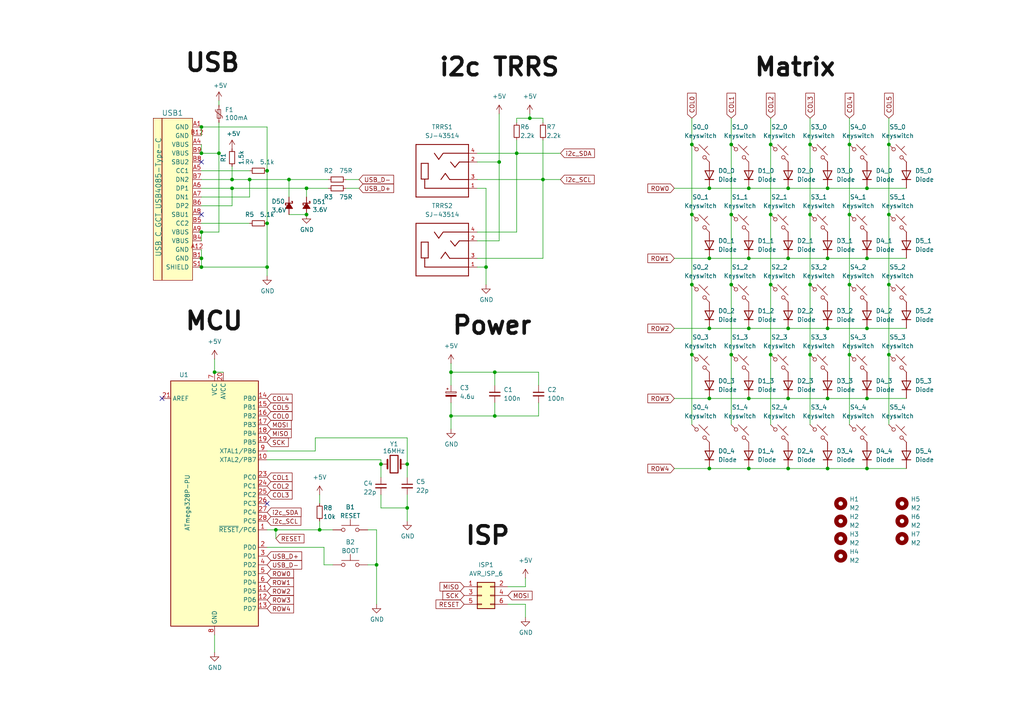
<source format=kicad_sch>
(kicad_sch (version 20250114) (generator "eeschema") (generator_version "9.0")
  (paper "A4")
  (junction (at 212.09 102.87))
  (junction (at 110.49 134.62))
  (junction (at 140.97 77.47))
  (junction (at 234.95 82.55))
  (junction (at 205.74 74.93))
  (junction (at 228.6 74.93))
  (junction (at 228.6 54.61))
  (junction (at 240.03 115.57))
  (junction (at 257.81 82.55))
  (junction (at 92.71 153.67))
  (junction (at 212.09 41.91))
  (junction (at 83.82 52.07))
  (junction (at 157.48 52.07))
  (junction (at 240.03 135.89))
  (junction (at 234.95 41.91))
  (junction (at 58.42 74.93))
  (junction (at 223.52 82.55))
  (junction (at 58.42 36.83))
  (junction (at 109.22 163.83))
  (junction (at 58.42 44.45))
  (junction (at 205.74 95.25))
  (junction (at 153.67 34.29))
  (junction (at 223.52 102.87))
  (junction (at 228.6 115.57))
  (junction (at 217.17 95.25))
  (junction (at 200.66 62.23))
  (junction (at 144.78 46.99))
  (junction (at 67.31 54.61))
  (junction (at 200.66 41.91))
  (junction (at 217.17 74.93))
  (junction (at 77.47 77.47))
  (junction (at 217.17 135.89))
  (junction (at 217.17 115.57))
  (junction (at 80.01 153.67))
  (junction (at 223.52 41.91))
  (junction (at 234.95 102.87))
  (junction (at 240.03 74.93))
  (junction (at 200.66 102.87))
  (junction (at 234.95 62.23))
  (junction (at 118.11 147.32))
  (junction (at 251.46 74.93))
  (junction (at 77.47 64.77))
  (junction (at 251.46 115.57))
  (junction (at 240.03 54.61))
  (junction (at 130.81 120.65))
  (junction (at 257.81 41.91))
  (junction (at 251.46 135.89))
  (junction (at 62.23 107.95))
  (junction (at 58.42 77.47))
  (junction (at 257.81 62.23))
  (junction (at 67.31 52.07))
  (junction (at 205.74 54.61))
  (junction (at 212.09 82.55))
  (junction (at 212.09 62.23))
  (junction (at 72.39 52.07))
  (junction (at 149.86 44.45))
  (junction (at 200.66 82.55))
  (junction (at 77.47 49.53))
  (junction (at 246.38 82.55))
  (junction (at 130.81 107.95))
  (junction (at 246.38 62.23))
  (junction (at 88.9 62.23))
  (junction (at 58.42 67.31))
  (junction (at 251.46 95.25))
  (junction (at 88.9 54.61))
  (junction (at 228.6 135.89))
  (junction (at 63.5 44.45))
  (junction (at 251.46 54.61))
  (junction (at 118.11 134.62))
  (junction (at 240.03 95.25))
  (junction (at 205.74 115.57))
  (junction (at 143.51 107.95))
  (junction (at 246.38 102.87))
  (junction (at 205.74 135.89))
  (junction (at 217.17 54.61))
  (junction (at 223.52 62.23))
  (junction (at 257.81 102.87))
  (junction (at 143.51 120.65))
  (junction (at 246.38 41.91))
  (junction (at 228.6 95.25))
  (no_connect (at 58.42 62.23))
  (no_connect (at 58.42 46.99))
  (no_connect (at 77.47 146.05))
  (no_connect (at 46.99 115.57))
  (wire (pts (xy 140.97 54.61) (xy 140.97 77.47)))
  (wire (pts (xy 156.21 116.84) (xy 156.21 120.65)))
  (wire (pts (xy 77.47 36.83) (xy 77.47 49.53)))
  (wire (pts (xy 110.49 134.62) (xy 110.49 138.43)))
  (wire (pts (xy 72.39 52.07) (xy 83.82 52.07)))
  (wire (pts (xy 228.6 95.25) (xy 240.03 95.25)))
  (wire (pts (xy 223.52 102.87) (xy 223.52 123.19)))
  (wire (pts (xy 251.46 115.57) (xy 262.89 115.57)))
  (wire (pts (xy 92.71 151.13) (xy 92.71 153.67)))
  (wire (pts (xy 138.43 69.85) (xy 144.78 69.85)))
  (wire (pts (xy 130.81 120.65) (xy 143.51 120.65)))
  (wire (pts (xy 138.43 54.61) (xy 140.97 54.61)))
  (wire (pts (xy 106.68 163.83) (xy 109.22 163.83)))
  (wire (pts (xy 246.38 34.29) (xy 246.38 41.91)))
  (wire (pts (xy 152.4 175.26) (xy 152.4 179.07)))
  (wire (pts (xy 240.03 135.89) (xy 251.46 135.89)))
  (wire (pts (xy 205.74 95.25) (xy 217.17 95.25)))
  (wire (pts (xy 118.11 147.32) (xy 118.11 151.13)))
  (wire (pts (xy 92.71 143.51) (xy 92.71 146.05)))
  (wire (pts (xy 205.74 115.57) (xy 217.17 115.57)))
  (wire (pts (xy 257.81 62.23) (xy 257.81 82.55)))
  (wire (pts (xy 240.03 115.57) (xy 251.46 115.57)))
  (wire (pts (xy 200.66 82.55) (xy 200.66 102.87)))
  (wire (pts (xy 67.31 48.26) (xy 67.31 52.07)))
  (wire (pts (xy 147.32 175.26) (xy 152.4 175.26)))
  (wire (pts (xy 100.33 54.61) (xy 104.14 54.61)))
  (wire (pts (xy 77.47 158.75) (xy 93.98 158.75)))
  (wire (pts (xy 212.09 62.23) (xy 212.09 82.55)))
  (wire (pts (xy 195.58 54.61) (xy 205.74 54.61)))
  (wire (pts (xy 63.5 29.21) (xy 63.5 30.48)))
  (wire (pts (xy 240.03 54.61) (xy 251.46 54.61)))
  (wire (pts (xy 58.42 39.37) (xy 58.42 36.83)))
  (wire (pts (xy 63.5 67.31) (xy 58.42 67.31)))
  (wire (pts (xy 195.58 135.89) (xy 205.74 135.89)))
  (wire (pts (xy 257.81 102.87) (xy 257.81 123.19)))
  (wire (pts (xy 67.31 54.61) (xy 67.31 59.69)))
  (wire (pts (xy 212.09 34.29) (xy 212.09 41.91)))
  (wire (pts (xy 157.48 40.64) (xy 157.48 52.07)))
  (wire (pts (xy 77.47 64.77) (xy 77.47 77.47)))
  (wire (pts (xy 147.32 170.18) (xy 152.4 170.18)))
  (wire (pts (xy 157.48 52.07) (xy 162.56 52.07)))
  (wire (pts (xy 195.58 115.57) (xy 205.74 115.57)))
  (wire (pts (xy 83.82 62.23) (xy 88.9 62.23)))
  (wire (pts (xy 92.71 153.67) (xy 96.52 153.67)))
  (wire (pts (xy 143.51 116.84) (xy 143.51 120.65)))
  (wire (pts (xy 157.48 34.29) (xy 157.48 35.56)))
  (wire (pts (xy 58.42 69.85) (xy 58.42 67.31)))
  (wire (pts (xy 157.48 52.07) (xy 138.43 52.07)))
  (wire (pts (xy 63.5 44.45) (xy 63.5 67.31)))
  (wire (pts (xy 58.42 41.91) (xy 58.42 44.45)))
  (wire (pts (xy 100.33 52.07) (xy 104.14 52.07)))
  (wire (pts (xy 67.31 59.69) (xy 58.42 59.69)))
  (wire (pts (xy 251.46 54.61) (xy 262.89 54.61)))
  (wire (pts (xy 130.81 105.41) (xy 130.81 107.95)))
  (wire (pts (xy 257.81 34.29) (xy 257.81 41.91)))
  (wire (pts (xy 109.22 163.83) (xy 109.22 175.26)))
  (wire (pts (xy 246.38 102.87) (xy 246.38 123.19)))
  (wire (pts (xy 162.56 44.45) (xy 149.86 44.45)))
  (wire (pts (xy 195.58 74.93) (xy 205.74 74.93)))
  (wire (pts (xy 83.82 52.07) (xy 95.25 52.07)))
  (wire (pts (xy 205.74 135.89) (xy 217.17 135.89)))
  (wire (pts (xy 72.39 57.15) (xy 72.39 52.07)))
  (wire (pts (xy 217.17 54.61) (xy 228.6 54.61)))
  (wire (pts (xy 149.86 40.64) (xy 149.86 44.45)))
  (wire (pts (xy 118.11 127) (xy 118.11 134.62)))
  (wire (pts (xy 80.01 153.67) (xy 92.71 153.67)))
  (wire (pts (xy 234.95 34.29) (xy 234.95 41.91)))
  (wire (pts (xy 143.51 120.65) (xy 156.21 120.65)))
  (wire (pts (xy 77.47 49.53) (xy 77.47 64.77)))
  (wire (pts (xy 153.67 34.29) (xy 153.67 33.02)))
  (wire (pts (xy 130.81 116.84) (xy 130.81 120.65)))
  (wire (pts (xy 251.46 135.89) (xy 262.89 135.89)))
  (wire (pts (xy 62.23 107.95) (xy 64.77 107.95)))
  (wire (pts (xy 228.6 135.89) (xy 240.03 135.89)))
  (wire (pts (xy 223.52 82.55) (xy 223.52 102.87)))
  (wire (pts (xy 62.23 184.15) (xy 62.23 189.23)))
  (wire (pts (xy 138.43 67.31) (xy 149.86 67.31)))
  (wire (pts (xy 77.47 153.67) (xy 80.01 153.67)))
  (wire (pts (xy 143.51 107.95) (xy 143.51 111.76)))
  (wire (pts (xy 157.48 74.93) (xy 157.48 52.07)))
  (wire (pts (xy 228.6 54.61) (xy 240.03 54.61)))
  (wire (pts (xy 200.66 41.91) (xy 200.66 62.23)))
  (wire (pts (xy 205.74 54.61) (xy 217.17 54.61)))
  (wire (pts (xy 157.48 34.29) (xy 153.67 34.29)))
  (wire (pts (xy 106.68 153.67) (xy 109.22 153.67)))
  (wire (pts (xy 144.78 69.85) (xy 144.78 46.99)))
  (wire (pts (xy 118.11 127) (xy 91.44 127)))
  (wire (pts (xy 77.47 133.35) (xy 110.49 133.35)))
  (wire (pts (xy 63.5 35.56) (xy 63.5 44.45)))
  (wire (pts (xy 58.42 72.39) (xy 58.42 74.93)))
  (wire (pts (xy 58.42 44.45) (xy 63.5 44.45)))
  (wire (pts (xy 80.01 153.67) (xy 80.01 156.21)))
  (wire (pts (xy 251.46 74.93) (xy 262.89 74.93)))
  (wire (pts (xy 91.44 127) (xy 91.44 130.81)))
  (wire (pts (xy 149.86 34.29) (xy 149.86 35.56)))
  (wire (pts (xy 67.31 52.07) (xy 72.39 52.07)))
  (wire (pts (xy 72.39 64.77) (xy 58.42 64.77)))
  (wire (pts (xy 234.95 102.87) (xy 234.95 123.19)))
  (wire (pts (xy 246.38 41.91) (xy 246.38 62.23)))
  (wire (pts (xy 228.6 74.93) (xy 240.03 74.93)))
  (wire (pts (xy 212.09 41.91) (xy 212.09 62.23)))
  (wire (pts (xy 67.31 54.61) (xy 88.9 54.61)))
  (wire (pts (xy 217.17 115.57) (xy 228.6 115.57)))
  (wire (pts (xy 246.38 82.55) (xy 246.38 102.87)))
  (wire (pts (xy 152.4 170.18) (xy 152.4 167.64)))
  (wire (pts (xy 110.49 133.35) (xy 110.49 134.62)))
  (wire (pts (xy 228.6 115.57) (xy 240.03 115.57)))
  (wire (pts (xy 58.42 52.07) (xy 67.31 52.07)))
  (wire (pts (xy 140.97 77.47) (xy 140.97 82.55)))
  (wire (pts (xy 200.66 102.87) (xy 200.66 123.19)))
  (wire (pts (xy 212.09 102.87) (xy 212.09 123.19)))
  (wire (pts (xy 251.46 95.25) (xy 262.89 95.25)))
  (wire (pts (xy 58.42 36.83) (xy 77.47 36.83)))
  (wire (pts (xy 149.86 34.29) (xy 153.67 34.29)))
  (wire (pts (xy 138.43 74.93) (xy 157.48 74.93)))
  (wire (pts (xy 144.78 46.99) (xy 144.78 33.02)))
  (wire (pts (xy 257.81 41.91) (xy 257.81 62.23)))
  (wire (pts (xy 118.11 134.62) (xy 118.11 138.43)))
  (wire (pts (xy 223.52 62.23) (xy 223.52 82.55)))
  (wire (pts (xy 212.09 82.55) (xy 212.09 102.87)))
  (wire (pts (xy 58.42 77.47) (xy 77.47 77.47)))
  (wire (pts (xy 217.17 135.89) (xy 228.6 135.89)))
  (wire (pts (xy 240.03 74.93) (xy 251.46 74.93)))
  (wire (pts (xy 58.42 74.93) (xy 58.42 77.47)))
  (wire (pts (xy 138.43 77.47) (xy 140.97 77.47)))
  (wire (pts (xy 234.95 82.55) (xy 234.95 102.87)))
  (wire (pts (xy 217.17 95.25) (xy 228.6 95.25)))
  (wire (pts (xy 118.11 143.51) (xy 118.11 147.32)))
  (wire (pts (xy 234.95 62.23) (xy 234.95 82.55)))
  (wire (pts (xy 110.49 143.51) (xy 110.49 147.32)))
  (wire (pts (xy 130.81 107.95) (xy 130.81 111.76)))
  (wire (pts (xy 93.98 163.83) (xy 96.52 163.83)))
  (wire (pts (xy 149.86 67.31) (xy 149.86 44.45)))
  (wire (pts (xy 138.43 46.99) (xy 144.78 46.99)))
  (wire (pts (xy 246.38 62.23) (xy 246.38 82.55)))
  (wire (pts (xy 149.86 44.45) (xy 138.43 44.45)))
  (wire (pts (xy 58.42 57.15) (xy 72.39 57.15)))
  (wire (pts (xy 62.23 104.14) (xy 62.23 107.95)))
  (wire (pts (xy 77.47 77.47) (xy 77.47 80.01)))
  (wire (pts (xy 156.21 111.76) (xy 156.21 107.95)))
  (wire (pts (xy 110.49 147.32) (xy 118.11 147.32)))
  (wire (pts (xy 93.98 158.75) (xy 93.98 163.83)))
  (wire (pts (xy 240.03 95.25) (xy 251.46 95.25)))
  (wire (pts (xy 205.74 74.93) (xy 217.17 74.93)))
  (wire (pts (xy 109.22 153.67) (xy 109.22 163.83)))
  (wire (pts (xy 58.42 49.53) (xy 72.39 49.53)))
  (wire (pts (xy 223.52 41.91) (xy 223.52 62.23)))
  (wire (pts (xy 143.51 107.95) (xy 156.21 107.95)))
  (wire (pts (xy 83.82 57.15) (xy 83.82 52.07)))
  (wire (pts (xy 223.52 34.29) (xy 223.52 41.91)))
  (wire (pts (xy 130.81 120.65) (xy 130.81 124.46)))
  (wire (pts (xy 195.58 95.25) (xy 205.74 95.25)))
  (wire (pts (xy 200.66 62.23) (xy 200.66 82.55)))
  (wire (pts (xy 234.95 41.91) (xy 234.95 62.23)))
  (wire (pts (xy 200.66 34.29) (xy 200.66 41.91)))
  (wire (pts (xy 88.9 57.15) (xy 88.9 54.61)))
  (wire (pts (xy 58.42 54.61) (xy 67.31 54.61)))
  (wire (pts (xy 95.25 54.61) (xy 88.9 54.61)))
  (wire (pts (xy 91.44 130.81) (xy 77.47 130.81)))
  (wire (pts (xy 257.81 82.55) (xy 257.81 102.87)))
  (wire (pts (xy 130.81 107.95) (xy 143.51 107.95)))
  (wire (pts (xy 217.17 74.93) (xy 228.6 74.93)))
  (label "i2c TRRS" (at 127 24.13 0) (effects (font (size 5.08 5.08) (thickness 1.016) (bold yes))))
  (label "Power" (at 130.81 99.06 0) (effects (font (size 5.08 5.08) (thickness 1.016) (bold yes))))
  (label "Matrix" (at 218.44 24.13 0) (effects (font (size 5.08 5.08) (thickness 1.016) (bold yes))))
  (label "MCU" (at 53.34 97.79 0) (effects (font (size 5.08 5.08) (thickness 1.016) (bold yes))))
  (label "ISP" (at 134.62 160.02 0) (effects (font (size 5.08 5.08) (thickness 1.016) (bold yes))))
  (label "USB" (at 53.34 22.86 0) (effects (font (size 5.08 5.08) (thickness 1.016) (bold yes))))
  (global_label "COL2" (shape input) (at 223.52 34.29 90) (property "Intersheetrefs" "${INTERSHEET_REFS}" (effects (hide yes))))
  (global_label "USB_D-" (shape input) (at 77.47 163.83 0) (property "Intersheetrefs" "${INTERSHEET_REFS}" (effects (hide yes))))
  (global_label "ROW1" (shape input) (at 195.58 74.93 180) (property "Intersheetrefs" "${INTERSHEET_REFS}" (effects (hide yes))))
  (global_label "ROW2" (shape input) (at 195.58 95.25 180) (property "Intersheetrefs" "${INTERSHEET_REFS}" (effects (hide yes))))
  (global_label "ROW3" (shape input) (at 77.47 173.99 0) (property "Intersheetrefs" "${INTERSHEET_REFS}" (effects (hide yes))))
  (global_label "COL3" (shape input) (at 77.47 143.51 0) (property "Intersheetrefs" "${INTERSHEET_REFS}" (effects (hide yes))))
  (global_label "SCK" (shape input) (at 134.62 172.72 180) (property "Intersheetrefs" "${INTERSHEET_REFS}" (effects (hide yes))))
  (global_label "SCK" (shape input) (at 77.47 128.27 0) (property "Intersheetrefs" "${INTERSHEET_REFS}" (effects (hide yes))))
  (global_label "USB_D-" (shape input) (at 104.14 52.07 0) (property "Intersheetrefs" "${INTERSHEET_REFS}" (effects (hide yes))))
  (global_label "i2c_SDA" (shape input) (at 77.47 148.59 0) (property "Intersheetrefs" "${INTERSHEET_REFS}" (effects (hide yes))))
  (global_label "i2c_SCL" (shape input) (at 162.56 52.07 0) (property "Intersheetrefs" "${INTERSHEET_REFS}" (effects (hide yes))))
  (global_label "MISO" (shape input) (at 77.47 125.73 0) (property "Intersheetrefs" "${INTERSHEET_REFS}" (effects (hide yes))))
  (global_label "USB_D+" (shape input) (at 77.47 161.29 0) (property "Intersheetrefs" "${INTERSHEET_REFS}" (effects (hide yes))))
  (global_label "ROW0" (shape input) (at 195.58 54.61 180) (property "Intersheetrefs" "${INTERSHEET_REFS}" (effects (hide yes))))
  (global_label "ROW4" (shape input) (at 77.47 176.53 0) (property "Intersheetrefs" "${INTERSHEET_REFS}" (effects (hide yes))))
  (global_label "i2c_SDA" (shape input) (at 162.56 44.45 0) (property "Intersheetrefs" "${INTERSHEET_REFS}" (effects (hide yes))))
  (global_label "ROW1" (shape input) (at 77.47 168.91 0) (property "Intersheetrefs" "${INTERSHEET_REFS}" (effects (hide yes))))
  (global_label "RESET" (shape input) (at 80.01 156.21 0) (property "Intersheetrefs" "${INTERSHEET_REFS}" (effects (hide yes))))
  (global_label "COL4" (shape input) (at 77.47 115.57 0) (property "Intersheetrefs" "${INTERSHEET_REFS}" (effects (hide yes))))
  (global_label "ROW0" (shape input) (at 77.47 166.37 0) (property "Intersheetrefs" "${INTERSHEET_REFS}" (effects (hide yes))))
  (global_label "RESET" (shape input) (at 134.62 175.26 180) (property "Intersheetrefs" "${INTERSHEET_REFS}" (effects (hide yes))))
  (global_label "i2c_SCL" (shape input) (at 77.47 151.13 0) (property "Intersheetrefs" "${INTERSHEET_REFS}" (effects (hide yes))))
  (global_label "COL0" (shape input) (at 200.66 34.29 90) (property "Intersheetrefs" "${INTERSHEET_REFS}" (effects (hide yes))))
  (global_label "ROW2" (shape input) (at 77.47 171.45 0) (property "Intersheetrefs" "${INTERSHEET_REFS}" (effects (hide yes))))
  (global_label "MISO" (shape input) (at 134.62 170.18 180) (property "Intersheetrefs" "${INTERSHEET_REFS}" (effects (hide yes))))
  (global_label "COL5" (shape input) (at 77.47 118.11 0) (property "Intersheetrefs" "${INTERSHEET_REFS}" (effects (hide yes))))
  (global_label "MOSI" (shape input) (at 77.47 123.19 0) (property "Intersheetrefs" "${INTERSHEET_REFS}" (effects (hide yes))))
  (global_label "COL1" (shape input) (at 212.09 34.29 90) (property "Intersheetrefs" "${INTERSHEET_REFS}" (effects (hide yes))))
  (global_label "COL2" (shape input) (at 77.47 140.97 0) (property "Intersheetrefs" "${INTERSHEET_REFS}" (effects (hide yes))))
  (global_label "COL4" (shape input) (at 246.38 34.29 90) (property "Intersheetrefs" "${INTERSHEET_REFS}" (effects (hide yes))))
  (global_label "MOSI" (shape input) (at 147.32 172.72 0) (property "Intersheetrefs" "${INTERSHEET_REFS}" (effects (hide yes))))
  (global_label "COL1" (shape input) (at 77.47 138.43 0) (property "Intersheetrefs" "${INTERSHEET_REFS}" (effects (hide yes))))
  (global_label "COL0" (shape input) (at 77.47 120.65 0) (property "Intersheetrefs" "${INTERSHEET_REFS}" (effects (hide yes))))
  (global_label "ROW3" (shape input) (at 195.58 115.57 180) (property "Intersheetrefs" "${INTERSHEET_REFS}" (effects (hide yes))))
  (global_label "COL3" (shape input) (at 234.95 34.29 90) (property "Intersheetrefs" "${INTERSHEET_REFS}" (effects (hide yes))))
  (global_label "ROW4" (shape input) (at 195.58 135.89 180) (property "Intersheetrefs" "${INTERSHEET_REFS}" (effects (hide yes))))
  (global_label "USB_D+" (shape input) (at 104.14 54.61 0) (property "Intersheetrefs" "${INTERSHEET_REFS}" (effects (hide yes))))
  (global_label "COL5" (shape input) (at 257.81 34.29 90) (property "Intersheetrefs" "${INTERSHEET_REFS}" (effects (hide yes))))
  (symbol (lib_id "torn_left-rescue:D_Schottky_Small_ALT-Device") (at 88.9 59.69 270) (unit 1)
    (property "Reference" "D51" (at 90.6272 58.5216 90) (effects (justify left)))
    (property "Value" "3.6V" (at 90.6272 60.833 90) (effects (justify left)))
    (property "Footprint" "herringbone:D_DO-35_SOD27_P5.08mm_Horizontal" (effects (hide yes)))
  )
  (symbol (lib_id "torn_left-rescue:D_Schottky_Small_ALT-Device") (at 83.82 59.69 270) (unit 1)
    (property "Reference" "D50" (at 78.74 58.42 90) (effects (justify left)))
    (property "Value" "3.6V" (at 78.74 60.96 90) (effects (justify left)))
    (property "Footprint" "herringbone:D_DO-35_SOD27_P5.08mm_Horizontal" (effects (hide yes)))
  )
  (symbol (lib_id "torn_left-rescue:GND-power") (at 77.47 80.01 0) (unit 1)
    (property "Reference" "#PWR07" (effects (hide yes)))
    (property "Value" "GND" (at 77.597 84.4042 0))
  )
  (symbol (lib_id "torn_left-rescue:GND-power") (at 88.9 62.23 0) (unit 1)
    (property "Reference" "#PWR08" (effects (hide yes)))
    (property "Value" "GND" (at 89.027 66.6242 0))
  )
  (symbol (lib_id "Device:R_Small") (at 67.31 45.72 180) (unit 1)
    (property "Reference" "R1" (at 64.77 45.72 90))
    (property "Value" "1.5k" (at 69.977 45.72 90))
    (property "Footprint" "herringbone:R_Axial_DIN0204_L3.6mm_D1.6mm_P5.08mm_Horizontal" (effects (hide yes)))
  )
  (symbol (lib_id "torn_left-rescue:+5V-power") (at 67.31 43.18 0) (unit 1)
    (property "Reference" "#PWR01" (effects (hide yes)))
    (property "Value" "+5V" (at 67.691 38.7858 0))
  )
  (symbol (lib_id "Device:Polyfuse_Small") (at 63.5 33.02 180) (unit 1)
    (property "Reference" "F1" (at 65.2272 31.8516 0) (effects (justify right)))
    (property "Value" "100mA" (at 65.2272 34.163 0) (effects (justify right)))
    (property "Footprint" "herringbone:polyfuse_5.1mm" (effects (hide yes)))
  )
  (symbol (lib_id "torn_left-rescue:+5V-power") (at 63.5 29.21 0) (unit 1)
    (property "Reference" "#PWR02" (effects (hide yes)))
    (property "Value" "+5V" (at 63.881 24.8158 0))
  )
  (symbol (lib_id "Device:R_Small") (at 97.79 52.07 270) (unit 1)
    (property "Reference" "R2" (at 95.25 49.53 90))
    (property "Value" "75R" (at 100.33 49.53 90))
    (property "Footprint" "herringbone:R_Axial_DIN0204_L3.6mm_D1.6mm_P5.08mm_Horizontal" (effects (hide yes)))
  )
  (symbol (lib_id "Device:R_Small") (at 97.79 54.61 270) (unit 1)
    (property "Reference" "R3" (at 95.25 57.15 90))
    (property "Value" "75R" (at 100.33 57.15 90))
    (property "Footprint" "herringbone:R_Axial_DIN0204_L3.6mm_D1.6mm_P5.08mm_Horizontal" (effects (hide yes)))
  )
  (symbol (lib_id "torn_left-rescue:USB_C_GCT_USB4085-Type-C-usb_c_gct_usb4085-type-c") (at 55.88 55.88 0) (unit 1)
    (property "Reference" "USB1" (at 50.038 32.766 0) (effects (font (size 1.524 1.524))))
    (property "Value" "USB_C_GCT_USB4085-Type-C" (at 45.974 57.15 90) (effects (font (size 1.524 1.524))))
    (property "Footprint" "herringbone:USB_C_GCT_USB4085" (effects (hide yes)))
  )
  (symbol (lib_id "Device:R_Small") (at 74.93 64.77 270) (unit 1)
    (property "Reference" "R5" (at 72.39 62.23 90))
    (property "Value" "5.1k" (at 77.47 62.23 90))
    (property "Footprint" "herringbone:R_Axial_DIN0204_L3.6mm_D1.6mm_P5.08mm_Horizontal" (effects (hide yes)))
  )
  (symbol (lib_id "Device:R_Small") (at 74.93 49.53 270) (unit 1)
    (property "Reference" "R4" (at 72.39 46.99 90))
    (property "Value" "5.1k" (at 77.47 46.99 90))
    (property "Footprint" "herringbone:R_Axial_DIN0204_L3.6mm_D1.6mm_P5.08mm_Horizontal" (effects (hide yes)))
  )
  (symbol (lib_id "ScottoKeebs:Placeholder_Diode") (at 240.03 91.44 90) (unit 1)
    (property "Reference" "D3_2" (at 242.57 90.1699 90) (effects (justify right)))
    (property "Value" "Diode" (at 242.57 92.7099 90) (effects (justify right)))
    (property "Footprint" "herringbone:D_DO-35_SOD27_P5.08mm_Horizontal" (effects (hide yes)))
    (property "Description" "1N4148 (DO-35) or 1N4148W (SOD-123)" (effects (hide yes)))
    (property "Sim.Device" "D" (effects (hide yes)))
    (property "Sim.Pins" "1=K 2=A" (effects (hide yes)))
  )
  (symbol (lib_id "ScottoKeebs:Placeholder_Keyswitch") (at 203.2 64.77 0) (unit 1)
    (property "Reference" "S0_1" (at 203.2 57.15 0))
    (property "Value" "Keyswitch" (at 203.2 59.69 0))
    (property "Footprint" "ScottoKeebs_Hotswap:Hotswap_MX_1.00u" (effects (hide yes)))
    (property "Description" "Push button switch, normally open, two pins, 45° tilted" (effects (hide yes)))
  )
  (symbol (lib_id "ScottoKeebs:Placeholder_Keyswitch") (at 260.35 64.77 0) (unit 1)
    (property "Reference" "S5_1" (at 260.35 57.15 0))
    (property "Value" "Keyswitch" (at 260.35 59.69 0))
    (property "Footprint" "ScottoKeebs_Hotswap:Hotswap_MX_1.00u" (effects (hide yes)))
    (property "Description" "Push button switch, normally open, two pins, 45° tilted" (effects (hide yes)))
  )
  (symbol (lib_id "ScottoKeebs:Placeholder_Diode") (at 205.74 91.44 90) (unit 1)
    (property "Reference" "D0_2" (at 208.28 90.1699 90) (effects (justify right)))
    (property "Value" "Diode" (at 208.28 92.7099 90) (effects (justify right)))
    (property "Footprint" "herringbone:D_DO-35_SOD27_P5.08mm_Horizontal" (effects (hide yes)))
    (property "Description" "1N4148 (DO-35) or 1N4148W (SOD-123)" (effects (hide yes)))
    (property "Sim.Device" "D" (effects (hide yes)))
    (property "Sim.Pins" "1=K 2=A" (effects (hide yes)))
  )
  (symbol (lib_id "ScottoKeebs:Placeholder_Keyswitch") (at 214.63 64.77 0) (unit 1)
    (property "Reference" "S1_1" (at 214.63 57.15 0))
    (property "Value" "Keyswitch" (at 214.63 59.69 0))
    (property "Footprint" "ScottoKeebs_Hotswap:Hotswap_MX_1.00u" (effects (hide yes)))
    (property "Description" "Push button switch, normally open, two pins, 45° tilted" (effects (hide yes)))
  )
  (symbol (lib_id "ScottoKeebs:Placeholder_Diode") (at 262.89 91.44 90) (unit 1)
    (property "Reference" "D5_2" (at 265.43 90.1699 90) (effects (justify right)))
    (property "Value" "Diode" (at 265.43 92.7099 90) (effects (justify right)))
    (property "Footprint" "herringbone:D_DO-35_SOD27_P5.08mm_Horizontal" (effects (hide yes)))
    (property "Description" "1N4148 (DO-35) or 1N4148W (SOD-123)" (effects (hide yes)))
    (property "Sim.Device" "D" (effects (hide yes)))
    (property "Sim.Pins" "1=K 2=A" (effects (hide yes)))
  )
  (symbol (lib_id "Device:C_Polarized_Small") (at 130.81 114.3 0) (unit 1)
    (property "Reference" "C3" (at 133.35 112.4838 0) (effects (justify left)))
    (property "Value" "4.6u" (at 133.35 115.0238 0) (effects (justify left)))
    (property "Footprint" "Capacitor_THT:CP_Radial_D4.0mm_P1.50mm" (effects (hide yes)))
    (property "Description" "Polarized capacitor, small symbol" (effects (hide yes)))
  )
  (symbol (lib_id "ScottoKeebs:Placeholder_Diode") (at 240.03 132.08 90) (unit 1)
    (property "Reference" "D3_4" (at 242.57 130.8099 90) (effects (justify right)))
    (property "Value" "Diode" (at 242.57 133.3499 90) (effects (justify right)))
    (property "Footprint" "herringbone:D_DO-35_SOD27_P5.08mm_Horizontal" (effects (hide yes)))
    (property "Description" "1N4148 (DO-35) or 1N4148W (SOD-123)" (effects (hide yes)))
    (property "Sim.Device" "D" (effects (hide yes)))
    (property "Sim.Pins" "1=K 2=A" (effects (hide yes)))
  )
  (symbol (lib_id "ScottoKeebs:Placeholder_Diode") (at 217.17 132.08 90) (unit 1)
    (property "Reference" "D1_4" (at 219.71 130.8099 90) (effects (justify right)))
    (property "Value" "Diode" (at 219.71 133.3499 90) (effects (justify right)))
    (property "Footprint" "herringbone:D_DO-35_SOD27_P5.08mm_Horizontal" (effects (hide yes)))
    (property "Description" "1N4148 (DO-35) or 1N4148W (SOD-123)" (effects (hide yes)))
    (property "Sim.Device" "D" (effects (hide yes)))
    (property "Sim.Pins" "1=K 2=A" (effects (hide yes)))
  )
  (symbol (lib_id "ScottoKeebs:Placeholder_Keyswitch") (at 214.63 44.45 0) (unit 1)
    (property "Reference" "S1_0" (at 214.63 36.83 0))
    (property "Value" "Keyswitch" (at 214.63 39.37 0))
    (property "Footprint" "ScottoKeebs_Hotswap:Hotswap_MX_1.00u" (effects (hide yes)))
    (property "Description" "Push button switch, normally open, two pins, 45° tilted" (effects (hide yes)))
  )
  (symbol (lib_id "ScottoKeebs:Placeholder_Diode") (at 251.46 50.8 90) (unit 1)
    (property "Reference" "D4_0" (at 254 49.5299 90) (effects (justify right)))
    (property "Value" "Diode" (at 254 52.0699 90) (effects (justify right)))
    (property "Footprint" "herringbone:D_DO-35_SOD27_P5.08mm_Horizontal" (effects (hide yes)))
    (property "Description" "1N4148 (DO-35) or 1N4148W (SOD-123)" (effects (hide yes)))
    (property "Sim.Device" "D" (effects (hide yes)))
    (property "Sim.Pins" "1=K 2=A" (effects (hide yes)))
  )
  (symbol (lib_id "ScottoKeebs:Placeholder_Keyswitch") (at 248.92 44.45 0) (unit 1)
    (property "Reference" "S4_0" (at 248.92 36.83 0))
    (property "Value" "Keyswitch" (at 248.92 39.37 0))
    (property "Footprint" "ScottoKeebs_Hotswap:Hotswap_MX_1.00u" (effects (hide yes)))
    (property "Description" "Push button switch, normally open, two pins, 45° tilted" (effects (hide yes)))
  )
  (symbol (lib_id "ScottoKeebs:Placeholder_Diode") (at 240.03 71.12 90) (unit 1)
    (property "Reference" "D3_1" (at 242.57 69.8499 90) (effects (justify right)))
    (property "Value" "Diode" (at 242.57 72.3899 90) (effects (justify right)))
    (property "Footprint" "herringbone:D_DO-35_SOD27_P5.08mm_Horizontal" (effects (hide yes)))
    (property "Description" "1N4148 (DO-35) or 1N4148W (SOD-123)" (effects (hide yes)))
    (property "Sim.Device" "D" (effects (hide yes)))
    (property "Sim.Pins" "1=K 2=A" (effects (hide yes)))
  )
  (symbol (lib_id "ScottoKeebs:Placeholder_Diode") (at 262.89 111.76 90) (unit 1)
    (property "Reference" "D5_3" (at 265.43 110.4899 90) (effects (justify right)))
    (property "Value" "Diode" (at 265.43 113.0299 90) (effects (justify right)))
    (property "Footprint" "herringbone:D_DO-35_SOD27_P5.08mm_Horizontal" (effects (hide yes)))
    (property "Description" "1N4148 (DO-35) or 1N4148W (SOD-123)" (effects (hide yes)))
    (property "Sim.Device" "D" (effects (hide yes)))
    (property "Sim.Pins" "1=K 2=A" (effects (hide yes)))
  )
  (symbol (lib_id "footprints:SJ-43514-SJ-43514") (at 128.27 49.53 0) (unit 1)
    (property "Reference" "TRRS1" (at 128.27 36.83 0))
    (property "Value" "SJ-43514" (at 128.27 39.37 0))
    (property "Footprint" "herringbone:CUI_SJ-43514" (effects (hide yes)))
    (property "Datasheet" "1.04" (effects (hide yes)))
    (property "Field5" "MANUFACTURER RECOMMENDATIONS" (effects (hide yes)))
    (property "Field6" "CUI INC" (effects (hide yes)))
  )
  (symbol (lib_id "Switch:SW_Push") (at 101.6 163.83 0) (unit 1)
    (property "Reference" "B2" (at 101.6 157.226 0))
    (property "Value" "BOOT" (at 101.6 159.766 0))
    (property "Footprint" "Button_Switch_THT:SW_PUSH_6mm" (effects (hide yes)))
    (property "Description" "Push button switch, generic, two pins" (effects (hide yes)))
  )
  (symbol (lib_id "ScottoKeebs:Placeholder_Diode") (at 262.89 50.8 90) (unit 1)
    (property "Reference" "D5_0" (at 265.43 49.5299 90) (effects (justify right)))
    (property "Value" "Diode" (at 265.43 52.0699 90) (effects (justify right)))
    (property "Footprint" "herringbone:D_DO-35_SOD27_P5.08mm_Horizontal" (effects (hide yes)))
    (property "Description" "1N4148 (DO-35) or 1N4148W (SOD-123)" (effects (hide yes)))
    (property "Sim.Device" "D" (effects (hide yes)))
    (property "Sim.Pins" "1=K 2=A" (effects (hide yes)))
  )
  (symbol (lib_id "Mechanical:MountingHole") (at 261.62 146.05 0) (unit 1)
    (property "Reference" "H5" (at 264.16 144.7799 0) (effects (justify left)))
    (property "Value" "M2" (at 264.16 147.3199 0) (effects (justify left)))
    (property "Footprint" "MountingHole:MountingHole_2.2mm_M2_Pad" (effects (hide yes)))
    (property "Description" "Mounting Hole without connection" (effects (hide yes)))
  )
  (symbol (lib_id "ScottoKeebs:Placeholder_Diode") (at 228.6 111.76 90) (unit 1)
    (property "Reference" "D2_3" (at 231.14 110.4899 90) (effects (justify right)))
    (property "Value" "Diode" (at 231.14 113.0299 90) (effects (justify right)))
    (property "Footprint" "herringbone:D_DO-35_SOD27_P5.08mm_Horizontal" (effects (hide yes)))
    (property "Description" "1N4148 (DO-35) or 1N4148W (SOD-123)" (effects (hide yes)))
    (property "Sim.Device" "D" (effects (hide yes)))
    (property "Sim.Pins" "1=K 2=A" (effects (hide yes)))
  )
  (symbol (lib_id "ScottoKeebs:Placeholder_Keyswitch") (at 237.49 64.77 0) (unit 1)
    (property "Reference" "S3_1" (at 237.49 57.15 0))
    (property "Value" "Keyswitch" (at 237.49 59.69 0))
    (property "Footprint" "ScottoKeebs_Hotswap:Hotswap_MX_1.00u" (effects (hide yes)))
    (property "Description" "Push button switch, normally open, two pins, 45° tilted" (effects (hide yes)))
  )
  (symbol (lib_id "ScottoKeebs:Placeholder_Diode") (at 228.6 71.12 90) (unit 1)
    (property "Reference" "D2_1" (at 231.14 69.8499 90) (effects (justify right)))
    (property "Value" "Diode" (at 231.14 72.3899 90) (effects (justify right)))
    (property "Footprint" "herringbone:D_DO-35_SOD27_P5.08mm_Horizontal" (effects (hide yes)))
    (property "Description" "1N4148 (DO-35) or 1N4148W (SOD-123)" (effects (hide yes)))
    (property "Sim.Device" "D" (effects (hide yes)))
    (property "Sim.Pins" "1=K 2=A" (effects (hide yes)))
  )
  (symbol (lib_id "ScottoKeebs:Placeholder_Keyswitch") (at 214.63 105.41 0) (unit 1)
    (property "Reference" "S1_3" (at 214.63 97.79 0))
    (property "Value" "Keyswitch" (at 214.63 100.33 0))
    (property "Footprint" "ScottoKeebs_Hotswap:Hotswap_MX_1.00u" (effects (hide yes)))
    (property "Description" "Push button switch, normally open, two pins, 45° tilted" (effects (hide yes)))
  )
  (symbol (lib_id "ScottoKeebs:Placeholder_Diode") (at 240.03 111.76 90) (unit 1)
    (property "Reference" "D3_3" (at 242.57 110.4899 90) (effects (justify right)))
    (property "Value" "Diode" (at 242.57 113.0299 90) (effects (justify right)))
    (property "Footprint" "herringbone:D_DO-35_SOD27_P5.08mm_Horizontal" (effects (hide yes)))
    (property "Description" "1N4148 (DO-35) or 1N4148W (SOD-123)" (effects (hide yes)))
    (property "Sim.Device" "D" (effects (hide yes)))
    (property "Sim.Pins" "1=K 2=A" (effects (hide yes)))
  )
  (symbol (lib_id "Device:C_Small") (at 118.11 140.97 0) (unit 1)
    (property "Reference" "C5" (at 120.65 139.7062 0) (effects (justify left)))
    (property "Value" "22p" (at 120.65 142.2462 0) (effects (justify left)))
    (property "Footprint" "Capacitor_THT:C_Disc_D4.3mm_W1.9mm_P5.00mm" (effects (hide yes)))
    (property "Description" "Unpolarized capacitor, small symbol" (effects (hide yes)))
  )
  (symbol (lib_id "ScottoKeebs:Placeholder_Diode") (at 217.17 91.44 90) (unit 1)
    (property "Reference" "D1_2" (at 219.71 90.1699 90) (effects (justify right)))
    (property "Value" "Diode" (at 219.71 92.7099 90) (effects (justify right)))
    (property "Footprint" "herringbone:D_DO-35_SOD27_P5.08mm_Horizontal" (effects (hide yes)))
    (property "Description" "1N4148 (DO-35) or 1N4148W (SOD-123)" (effects (hide yes)))
    (property "Sim.Device" "D" (effects (hide yes)))
    (property "Sim.Pins" "1=K 2=A" (effects (hide yes)))
  )
  (symbol (lib_id "ScottoKeebs:Placeholder_Keyswitch") (at 248.92 85.09 0) (unit 1)
    (property "Reference" "S4_2" (at 248.92 77.47 0))
    (property "Value" "Keyswitch" (at 248.92 80.01 0))
    (property "Footprint" "ScottoKeebs_Hotswap:Hotswap_MX_1.00u" (effects (hide yes)))
    (property "Description" "Push button switch, normally open, two pins, 45° tilted" (effects (hide yes)))
  )
  (symbol (lib_id "ScottoKeebs:Placeholder_Diode") (at 205.74 71.12 90) (unit 1)
    (property "Reference" "D0_1" (at 208.28 69.8499 90) (effects (justify right)))
    (property "Value" "Diode" (at 208.28 72.3899 90) (effects (justify right)))
    (property "Footprint" "herringbone:D_DO-35_SOD27_P5.08mm_Horizontal" (effects (hide yes)))
    (property "Description" "1N4148 (DO-35) or 1N4148W (SOD-123)" (effects (hide yes)))
    (property "Sim.Device" "D" (effects (hide yes)))
    (property "Sim.Pins" "1=K 2=A" (effects (hide yes)))
  )
  (symbol (lib_id "Mechanical:MountingHole") (at 243.84 156.21 0) (unit 1)
    (property "Reference" "H3" (at 246.38 154.9399 0) (effects (justify left)))
    (property "Value" "M2" (at 246.38 157.4799 0) (effects (justify left)))
    (property "Footprint" "MountingHole:MountingHole_2.2mm_M2_Pad" (effects (hide yes)))
    (property "Description" "Mounting Hole without connection" (effects (hide yes)))
  )
  (symbol (lib_id "torn_left-rescue:GND-power") (at 140.97 82.55 0) (unit 1)
    (property "Reference" "#PWR017" (effects (hide yes)))
    (property "Value" "GND" (at 141.097 86.9442 0))
  )
  (symbol (lib_id "ScottoKeebs:Placeholder_Diode") (at 251.46 132.08 90) (unit 1)
    (property "Reference" "D4_4" (at 254 130.8099 90) (effects (justify right)))
    (property "Value" "Diode" (at 254 133.3499 90) (effects (justify right)))
    (property "Footprint" "herringbone:D_DO-35_SOD27_P5.08mm_Horizontal" (effects (hide yes)))
    (property "Description" "1N4148 (DO-35) or 1N4148W (SOD-123)" (effects (hide yes)))
    (property "Sim.Device" "D" (effects (hide yes)))
    (property "Sim.Pins" "1=K 2=A" (effects (hide yes)))
  )
  (symbol (lib_id "ScottoKeebs:Placeholder_Diode") (at 240.03 50.8 90) (unit 1)
    (property "Reference" "D3_0" (at 242.57 49.5299 90) (effects (justify right)))
    (property "Value" "Diode" (at 242.57 52.0699 90) (effects (justify right)))
    (property "Footprint" "herringbone:D_DO-35_SOD27_P5.08mm_Horizontal" (effects (hide yes)))
    (property "Description" "1N4148 (DO-35) or 1N4148W (SOD-123)" (effects (hide yes)))
    (property "Sim.Device" "D" (effects (hide yes)))
    (property "Sim.Pins" "1=K 2=A" (effects (hide yes)))
  )
  (symbol (lib_id "ScottoKeebs:Placeholder_Keyswitch") (at 260.35 44.45 0) (unit 1)
    (property "Reference" "S5_0" (at 260.35 36.83 0))
    (property "Value" "Keyswitch" (at 260.35 39.37 0))
    (property "Footprint" "ScottoKeebs_Hotswap:Hotswap_MX_1.00u" (effects (hide yes)))
    (property "Description" "Push button switch, normally open, two pins, 45° tilted" (effects (hide yes)))
  )
  (symbol (lib_id "Connector_Generic:Conn_02x03_Odd_Even") (at 139.7 172.72 0) (unit 1)
    (property "Reference" "ISP1" (at 140.97 163.83 0))
    (property "Value" "AVR_ISP_6" (at 140.97 166.37 0))
    (property "Footprint" "herringbone:AVR_ICSP_3x2" (effects (hide yes)))
    (property "Description" "Generic connector, double row, 02x03, odd/even pin numbering scheme (row 1 odd numbers, row 2 even numbers), script generated (kicad-library-utils/schlib/autogen/connector/)" (effects (hide yes)))
  )
  (symbol (lib_id "ScottoKeebs:Placeholder_Keyswitch") (at 226.06 125.73 0) (unit 1)
    (property "Reference" "S2_4" (at 226.06 118.11 0))
    (property "Value" "Keyswitch" (at 226.06 120.65 0))
    (property "Footprint" "ScottoKeebs_Hotswap:Hotswap_MX_1.00u" (effects (hide yes)))
    (property "Description" "Push button switch, normally open, two pins, 45° tilted" (effects (hide yes)))
  )
  (symbol (lib_id "ScottoKeebs:Placeholder_Keyswitch") (at 237.49 44.45 0) (unit 1)
    (property "Reference" "S3_0" (at 237.49 36.83 0))
    (property "Value" "Keyswitch" (at 237.49 39.37 0))
    (property "Footprint" "ScottoKeebs_Hotswap:Hotswap_MX_1.00u" (effects (hide yes)))
    (property "Description" "Push button switch, normally open, two pins, 45° tilted" (effects (hide yes)))
  )
  (symbol (lib_id "ScottoKeebs:Placeholder_Keyswitch") (at 260.35 125.73 0) (unit 1)
    (property "Reference" "S5_4" (at 260.35 118.11 0))
    (property "Value" "Keyswitch" (at 260.35 120.65 0))
    (property "Footprint" "ScottoKeebs_Hotswap:Hotswap_MX_1.00u" (effects (hide yes)))
    (property "Description" "Push button switch, normally open, two pins, 45° tilted" (effects (hide yes)))
  )
  (symbol (lib_id "ScottoKeebs:Placeholder_Keyswitch") (at 248.92 105.41 0) (unit 1)
    (property "Reference" "S4_3" (at 248.92 97.79 0))
    (property "Value" "Keyswitch" (at 248.92 100.33 0))
    (property "Footprint" "ScottoKeebs_Hotswap:Hotswap_MX_1.00u" (effects (hide yes)))
    (property "Description" "Push button switch, normally open, two pins, 45° tilted" (effects (hide yes)))
  )
  (symbol (lib_id "ScottoKeebs:Placeholder_Keyswitch") (at 237.49 125.73 0) (unit 1)
    (property "Reference" "S3_4" (at 237.49 118.11 0))
    (property "Value" "Keyswitch" (at 237.49 120.65 0))
    (property "Footprint" "ScottoKeebs_Hotswap:Hotswap_MX_1.00u" (effects (hide yes)))
    (property "Description" "Push button switch, normally open, two pins, 45° tilted" (effects (hide yes)))
  )
  (symbol (lib_id "ScottoKeebs:Placeholder_Diode") (at 262.89 132.08 90) (unit 1)
    (property "Reference" "D5_4" (at 265.43 130.8099 90) (effects (justify right)))
    (property "Value" "Diode" (at 265.43 133.3499 90) (effects (justify right)))
    (property "Footprint" "herringbone:D_DO-35_SOD27_P5.08mm_Horizontal" (effects (hide yes)))
    (property "Description" "1N4148 (DO-35) or 1N4148W (SOD-123)" (effects (hide yes)))
    (property "Sim.Device" "D" (effects (hide yes)))
    (property "Sim.Pins" "1=K 2=A" (effects (hide yes)))
  )
  (symbol (lib_id "torn_left-rescue:GND-power") (at 152.4 179.07 0) (unit 1)
    (property "Reference" "#PWR013" (effects (hide yes)))
    (property "Value" "GND" (at 152.527 183.4642 0))
  )
  (symbol (lib_id "Device:C_Small") (at 156.21 114.3 0) (unit 1)
    (property "Reference" "C2" (at 158.75 113.0362 0) (effects (justify left)))
    (property "Value" "100n" (at 158.75 115.5762 0) (effects (justify left)))
    (property "Footprint" "Capacitor_THT:C_Disc_D4.3mm_W1.9mm_P5.00mm" (effects (hide yes)))
    (property "Description" "Unpolarized capacitor, small symbol" (effects (hide yes)))
  )
  (symbol (lib_id "ScottoKeebs:Placeholder_Keyswitch") (at 203.2 44.45 0) (unit 1)
    (property "Reference" "S0_0" (at 203.2 36.83 0))
    (property "Value" "Keyswitch" (at 203.2 39.37 0))
    (property "Footprint" "ScottoKeebs_Hotswap:Hotswap_MX_1.00u" (effects (hide yes)))
    (property "Description" "Push button switch, normally open, two pins, 45° tilted" (effects (hide yes)))
  )
  (symbol (lib_id "ScottoKeebs:Placeholder_Keyswitch") (at 203.2 105.41 0) (unit 1)
    (property "Reference" "S0_3" (at 203.2 97.79 0))
    (property "Value" "Keyswitch" (at 203.2 100.33 0))
    (property "Footprint" "ScottoKeebs_Hotswap:Hotswap_MX_1.00u" (effects (hide yes)))
    (property "Description" "Push button switch, normally open, two pins, 45° tilted" (effects (hide yes)))
  )
  (symbol (lib_id "ScottoKeebs:Placeholder_Keyswitch") (at 260.35 85.09 0) (unit 1)
    (property "Reference" "S5_2" (at 260.35 77.47 0))
    (property "Value" "Keyswitch" (at 260.35 80.01 0))
    (property "Footprint" "ScottoKeebs_Hotswap:Hotswap_MX_1.00u" (effects (hide yes)))
    (property "Description" "Push button switch, normally open, two pins, 45° tilted" (effects (hide yes)))
  )
  (symbol (lib_id "power:+5V") (at 152.4 167.64 0) (unit 1)
    (property "Reference" "#PWR012" (effects (hide yes)))
    (property "Value" "+5V" (at 152.4 162.56 0))
    (property "Description" "Power symbol creates a global label with name \"+5V\"" (effects (hide yes)))
  )
  (symbol (lib_id "Mechanical:MountingHole") (at 261.62 156.21 0) (unit 1)
    (property "Reference" "H7" (at 264.16 154.9399 0) (effects (justify left)))
    (property "Value" "M2" (at 264.16 157.4799 0) (effects (justify left)))
    (property "Footprint" "MountingHole:MountingHole_2.2mm_M2_Pad" (effects (hide yes)))
    (property "Description" "Mounting Hole without connection" (effects (hide yes)))
  )
  (symbol (lib_id "ScottoKeebs:Placeholder_Keyswitch") (at 226.06 85.09 0) (unit 1)
    (property "Reference" "S2_2" (at 226.06 77.47 0))
    (property "Value" "Keyswitch" (at 226.06 80.01 0))
    (property "Footprint" "ScottoKeebs_Hotswap:Hotswap_MX_1.00u" (effects (hide yes)))
    (property "Description" "Push button switch, normally open, two pins, 45° tilted" (effects (hide yes)))
  )
  (symbol (lib_id "ScottoKeebs:Placeholder_Keyswitch") (at 226.06 105.41 0) (unit 1)
    (property "Reference" "S2_3" (at 226.06 97.79 0))
    (property "Value" "Keyswitch" (at 226.06 100.33 0))
    (property "Footprint" "ScottoKeebs_Hotswap:Hotswap_MX_1.00u" (effects (hide yes)))
    (property "Description" "Push button switch, normally open, two pins, 45° tilted" (effects (hide yes)))
  )
  (symbol (lib_id "ScottoKeebs:Placeholder_Keyswitch") (at 237.49 85.09 0) (unit 1)
    (property "Reference" "S3_2" (at 237.49 77.47 0))
    (property "Value" "Keyswitch" (at 237.49 80.01 0))
    (property "Footprint" "ScottoKeebs_Hotswap:Hotswap_MX_1.00u" (effects (hide yes)))
    (property "Description" "Push button switch, normally open, two pins, 45° tilted" (effects (hide yes)))
  )
  (symbol (lib_id "ScottoKeebs:Placeholder_Keyswitch") (at 226.06 64.77 0) (unit 1)
    (property "Reference" "S2_1" (at 226.06 57.15 0))
    (property "Value" "Keyswitch" (at 226.06 59.69 0))
    (property "Footprint" "ScottoKeebs_Hotswap:Hotswap_MX_1.00u" (effects (hide yes)))
    (property "Description" "Push button switch, normally open, two pins, 45° tilted" (effects (hide yes)))
  )
  (symbol (lib_id "Mechanical:MountingHole") (at 261.62 151.13 0) (unit 1)
    (property "Reference" "H6" (at 264.16 149.8599 0) (effects (justify left)))
    (property "Value" "M2" (at 264.16 152.3999 0) (effects (justify left)))
    (property "Footprint" "MountingHole:MountingHole_2.2mm_M2_Pad" (effects (hide yes)))
    (property "Description" "Mounting Hole without connection" (effects (hide yes)))
  )
  (symbol (lib_id "ScottoKeebs:Placeholder_Diode") (at 217.17 71.12 90) (unit 1)
    (property "Reference" "D1_1" (at 219.71 69.8499 90) (effects (justify right)))
    (property "Value" "Diode" (at 219.71 72.3899 90) (effects (justify right)))
    (property "Footprint" "herringbone:D_DO-35_SOD27_P5.08mm_Horizontal" (effects (hide yes)))
    (property "Description" "1N4148 (DO-35) or 1N4148W (SOD-123)" (effects (hide yes)))
    (property "Sim.Device" "D" (effects (hide yes)))
    (property "Sim.Pins" "1=K 2=A" (effects (hide yes)))
  )
  (symbol (lib_id "torn_left-rescue:GND-power") (at 109.22 175.26 0) (unit 1)
    (property "Reference" "#PWR014" (effects (hide yes)))
    (property "Value" "GND" (at 109.347 179.6542 0))
  )
  (symbol (lib_id "ScottoKeebs:Placeholder_Diode") (at 251.46 71.12 90) (unit 1)
    (property "Reference" "D4_1" (at 254 69.8499 90) (effects (justify right)))
    (property "Value" "Diode" (at 254 72.3899 90) (effects (justify right)))
    (property "Footprint" "herringbone:D_DO-35_SOD27_P5.08mm_Horizontal" (effects (hide yes)))
    (property "Description" "1N4148 (DO-35) or 1N4148W (SOD-123)" (effects (hide yes)))
    (property "Sim.Device" "D" (effects (hide yes)))
    (property "Sim.Pins" "1=K 2=A" (effects (hide yes)))
  )
  (symbol (lib_id "footprints:SJ-43514-SJ-43514") (at 128.27 72.39 0) (unit 1)
    (property "Reference" "TRRS2" (at 128.27 59.69 0))
    (property "Value" "SJ-43514" (at 128.27 62.23 0))
    (property "Footprint" "herringbone:CUI_SJ-43514" (effects (hide yes)))
    (property "Datasheet" "1.04" (effects (hide yes)))
    (property "Field5" "MANUFACTURER RECOMMENDATIONS" (effects (hide yes)))
    (property "Field6" "CUI INC" (effects (hide yes)))
  )
  (symbol (lib_id "torn_left-rescue:GND-power") (at 62.23 189.23 0) (unit 1)
    (property "Reference" "#PWR010" (effects (hide yes)))
    (property "Value" "GND" (at 62.357 193.6242 0))
  )
  (symbol (lib_id "ScottoKeebs:Placeholder_Diode") (at 217.17 50.8 90) (unit 1)
    (property "Reference" "D1_0" (at 219.71 49.5299 90) (effects (justify right)))
    (property "Value" "Diode" (at 219.71 52.0699 90) (effects (justify right)))
    (property "Footprint" "herringbone:D_DO-35_SOD27_P5.08mm_Horizontal" (effects (hide yes)))
    (property "Description" "1N4148 (DO-35) or 1N4148W (SOD-123)" (effects (hide yes)))
    (property "Sim.Device" "D" (effects (hide yes)))
    (property "Sim.Pins" "1=K 2=A" (effects (hide yes)))
  )
  (symbol (lib_id "torn_left-rescue:GND-power") (at 130.81 124.46 0) (unit 1)
    (property "Reference" "#PWR011" (effects (hide yes)))
    (property "Value" "GND" (at 130.937 128.8542 0))
  )
  (symbol (lib_id "ScottoKeebs:Placeholder_Diode") (at 262.89 71.12 90) (unit 1)
    (property "Reference" "D5_1" (at 265.43 69.8499 90) (effects (justify right)))
    (property "Value" "Diode" (at 265.43 72.3899 90) (effects (justify right)))
    (property "Footprint" "herringbone:D_DO-35_SOD27_P5.08mm_Horizontal" (effects (hide yes)))
    (property "Description" "1N4148 (DO-35) or 1N4148W (SOD-123)" (effects (hide yes)))
    (property "Sim.Device" "D" (effects (hide yes)))
    (property "Sim.Pins" "1=K 2=A" (effects (hide yes)))
  )
  (symbol (lib_id "ScottoKeebs:Placeholder_Diode") (at 205.74 132.08 90) (unit 1)
    (property "Reference" "D0_4" (at 208.28 130.8099 90) (effects (justify right)))
    (property "Value" "Diode" (at 208.28 133.3499 90) (effects (justify right)))
    (property "Footprint" "herringbone:D_DO-35_SOD27_P5.08mm_Horizontal" (effects (hide yes)))
    (property "Description" "1N4148 (DO-35) or 1N4148W (SOD-123)" (effects (hide yes)))
    (property "Sim.Device" "D" (effects (hide yes)))
    (property "Sim.Pins" "1=K 2=A" (effects (hide yes)))
  )
  (symbol (lib_id "ScottoKeebs:Placeholder_Keyswitch") (at 203.2 85.09 0) (unit 1)
    (property "Reference" "S0_2" (at 203.2 77.47 0))
    (property "Value" "Keyswitch" (at 203.2 80.01 0))
    (property "Footprint" "ScottoKeebs_Hotswap:Hotswap_MX_1.00u" (effects (hide yes)))
    (property "Description" "Push button switch, normally open, two pins, 45° tilted" (effects (hide yes)))
  )
  (symbol (lib_id "power:+5V") (at 92.71 143.51 0) (unit 1)
    (property "Reference" "#PWR015" (effects (hide yes)))
    (property "Value" "+5V" (at 92.71 138.43 0))
    (property "Description" "Power symbol creates a global label with name \"+5V\"" (effects (hide yes)))
  )
  (symbol (lib_id "ScottoKeebs:Placeholder_Keyswitch") (at 260.35 105.41 0) (unit 1)
    (property "Reference" "S5_3" (at 260.35 97.79 0))
    (property "Value" "Keyswitch" (at 260.35 100.33 0))
    (property "Footprint" "ScottoKeebs_Hotswap:Hotswap_MX_1.00u" (effects (hide yes)))
    (property "Description" "Push button switch, normally open, two pins, 45° tilted" (effects (hide yes)))
  )
  (symbol (lib_id "Mechanical:MountingHole") (at 243.84 161.29 0) (unit 1)
    (property "Reference" "H4" (at 246.38 160.0199 0) (effects (justify left)))
    (property "Value" "M2" (at 246.38 162.5599 0) (effects (justify left)))
    (property "Footprint" "MountingHole:MountingHole_2.2mm_M2_Pad" (effects (hide yes)))
    (property "Description" "Mounting Hole without connection" (effects (hide yes)))
  )
  (symbol (lib_id "ScottoKeebs:Placeholder_Diode") (at 217.17 111.76 90) (unit 1)
    (property "Reference" "D1_3" (at 219.71 110.4899 90) (effects (justify right)))
    (property "Value" "Diode" (at 219.71 113.0299 90) (effects (justify right)))
    (property "Footprint" "herringbone:D_DO-35_SOD27_P5.08mm_Horizontal" (effects (hide yes)))
    (property "Description" "1N4148 (DO-35) or 1N4148W (SOD-123)" (effects (hide yes)))
    (property "Sim.Device" "D" (effects (hide yes)))
    (property "Sim.Pins" "1=K 2=A" (effects (hide yes)))
  )
  (symbol (lib_id "Device:Crystal") (at 114.3 134.62 0) (unit 1)
    (property "Reference" "Y1" (at 113.03 128.778 0) (effects (justify left)))
    (property "Value" "16MHz" (at 110.998 130.81 0) (effects (justify left)))
    (property "Footprint" "herringbone:Crystal_HC49-4H_Vertical" (effects (hide yes)))
    (property "Description" "Two pin crystal" (effects (hide yes)))
  )
  (symbol (lib_id "power:+5V") (at 144.78 33.02 0) (unit 1)
    (property "Reference" "#PWR04" (effects (hide yes)))
    (property "Value" "+5V" (at 144.78 27.94 0))
    (property "Description" "Power symbol creates a global label with name \"+5V\"" (effects (hide yes)))
  )
  (symbol (lib_id "ScottoKeebs:Placeholder_Diode") (at 251.46 91.44 90) (unit 1)
    (property "Reference" "D4_2" (at 254 90.1699 90) (effects (justify right)))
    (property "Value" "Diode" (at 254 92.7099 90) (effects (justify right)))
    (property "Footprint" "herringbone:D_DO-35_SOD27_P5.08mm_Horizontal" (effects (hide yes)))
    (property "Description" "1N4148 (DO-35) or 1N4148W (SOD-123)" (effects (hide yes)))
    (property "Sim.Device" "D" (effects (hide yes)))
    (property "Sim.Pins" "1=K 2=A" (effects (hide yes)))
  )
  (symbol (lib_id "power:+5V") (at 62.23 104.14 0) (unit 1)
    (property "Reference" "#PWR03" (effects (hide yes)))
    (property "Value" "+5V" (at 62.23 99.06 0))
    (property "Description" "Power symbol creates a global label with name \"+5V\"" (effects (hide yes)))
  )
  (symbol (lib_id "ScottoKeebs:Placeholder_Diode") (at 228.6 91.44 90) (unit 1)
    (property "Reference" "D2_2" (at 231.14 90.1699 90) (effects (justify right)))
    (property "Value" "Diode" (at 231.14 92.7099 90) (effects (justify right)))
    (property "Footprint" "herringbone:D_DO-35_SOD27_P5.08mm_Horizontal" (effects (hide yes)))
    (property "Description" "1N4148 (DO-35) or 1N4148W (SOD-123)" (effects (hide yes)))
    (property "Sim.Device" "D" (effects (hide yes)))
    (property "Sim.Pins" "1=K 2=A" (effects (hide yes)))
  )
  (symbol (lib_id "Mechanical:MountingHole") (at 243.84 146.05 0) (unit 1)
    (property "Reference" "H1" (at 246.38 144.7799 0) (effects (justify left)))
    (property "Value" "M2" (at 246.38 147.3199 0) (effects (justify left)))
    (property "Footprint" "MountingHole:MountingHole_2.2mm_M2_Pad" (effects (hide yes)))
    (property "Description" "Mounting Hole without connection" (effects (hide yes)))
  )
  (symbol (lib_id "Switch:SW_Push") (at 101.6 153.67 0) (unit 1)
    (property "Reference" "B1" (at 101.6 147.066 0))
    (property "Value" "RESET" (at 101.6 149.606 0))
    (property "Footprint" "Button_Switch_THT:SW_PUSH_6mm" (effects (hide yes)))
    (property "Description" "Push button switch, generic, two pins" (effects (hide yes)))
  )
  (symbol (lib_id "ScottoKeebs:Placeholder_Keyswitch") (at 237.49 105.41 0) (unit 1)
    (property "Reference" "S3_3" (at 237.49 97.79 0))
    (property "Value" "Keyswitch" (at 237.49 100.33 0))
    (property "Footprint" "ScottoKeebs_Hotswap:Hotswap_MX_1.00u" (effects (hide yes)))
    (property "Description" "Push button switch, normally open, two pins, 45° tilted" (effects (hide yes)))
  )
  (symbol (lib_id "Device:R_Small") (at 92.71 148.59 0) (unit 1)
    (property "Reference" "R8" (at 93.726 147.32 0) (effects (justify left)))
    (property "Value" "10k" (at 93.726 149.86 0) (effects (justify left)))
    (property "Footprint" "herringbone:R_Axial_DIN0204_L3.6mm_D1.6mm_P5.08mm_Horizontal" (effects (hide yes)))
    (property "Description" "Resistor, small symbol" (effects (hide yes)))
  )
  (symbol (lib_id "ScottoKeebs:Placeholder_Keyswitch") (at 226.06 44.45 0) (unit 1)
    (property "Reference" "S2_0" (at 226.06 36.83 0))
    (property "Value" "Keyswitch" (at 226.06 39.37 0))
    (property "Footprint" "ScottoKeebs_Hotswap:Hotswap_MX_1.00u" (effects (hide yes)))
    (property "Description" "Push button switch, normally open, two pins, 45° tilted" (effects (hide yes)))
  )
  (symbol (lib_id "Mechanical:MountingHole") (at 243.84 151.13 0) (unit 1)
    (property "Reference" "H2" (at 246.38 149.8599 0) (effects (justify left)))
    (property "Value" "M2" (at 246.38 152.3999 0) (effects (justify left)))
    (property "Footprint" "MountingHole:MountingHole_2.2mm_M2_Pad" (effects (hide yes)))
    (property "Description" "Mounting Hole without connection" (effects (hide yes)))
  )
  (symbol (lib_id "ScottoKeebs:Placeholder_Keyswitch") (at 248.92 125.73 0) (unit 1)
    (property "Reference" "S4_4" (at 248.92 118.11 0))
    (property "Value" "Keyswitch" (at 248.92 120.65 0))
    (property "Footprint" "ScottoKeebs_Hotswap:Hotswap_MX_1.00u" (effects (hide yes)))
    (property "Description" "Push button switch, normally open, two pins, 45° tilted" (effects (hide yes)))
  )
  (symbol (lib_id "Device:C_Small") (at 110.49 140.97 0) (unit 1)
    (property "Reference" "C4" (at 105.41 140.208 0) (effects (justify left)))
    (property "Value" "22p" (at 105.41 142.748 0) (effects (justify left)))
    (property "Footprint" "Capacitor_THT:C_Disc_D4.3mm_W1.9mm_P5.00mm" (effects (hide yes)))
    (property "Description" "Unpolarized capacitor, small symbol" (effects (hide yes)))
  )
  (symbol (lib_id "Device:R_Small") (at 149.86 38.1 0) (unit 1)
    (property "Reference" "R6" (at 150.876 36.83 0) (effects (justify left)))
    (property "Value" "2.2k" (at 150.876 39.37 0) (effects (justify left)))
    (property "Footprint" "herringbone:R_Axial_DIN0204_L3.6mm_D1.6mm_P5.08mm_Horizontal" (effects (hide yes)))
    (property "Description" "Resistor, small symbol" (effects (hide yes)))
  )
  (symbol (lib_id "ScottoKeebs:Placeholder_Diode") (at 228.6 50.8 90) (unit 1)
    (property "Reference" "D2_0" (at 231.14 49.5299 90) (effects (justify right)))
    (property "Value" "Diode" (at 231.14 52.0699 90) (effects (justify right)))
    (property "Footprint" "herringbone:D_DO-35_SOD27_P5.08mm_Horizontal" (effects (hide yes)))
    (property "Description" "1N4148 (DO-35) or 1N4148W (SOD-123)" (effects (hide yes)))
    (property "Sim.Device" "D" (effects (hide yes)))
    (property "Sim.Pins" "1=K 2=A" (effects (hide yes)))
  )
  (symbol (lib_id "Device:R_Small") (at 157.48 38.1 0) (unit 1)
    (property "Reference" "R7" (at 158.496 36.83 0) (effects (justify left)))
    (property "Value" "2.2k" (at 158.496 39.37 0) (effects (justify left)))
    (property "Footprint" "herringbone:R_Axial_DIN0204_L3.6mm_D1.6mm_P5.08mm_Horizontal" (effects (hide yes)))
    (property "Description" "Resistor, small symbol" (effects (hide yes)))
  )
  (symbol (lib_id "ScottoKeebs:Placeholder_Keyswitch") (at 214.63 125.73 0) (unit 1)
    (property "Reference" "S1_4" (at 214.63 118.11 0))
    (property "Value" "Keyswitch" (at 214.63 120.65 0))
    (property "Footprint" "ScottoKeebs_Hotswap:Hotswap_MX_1.00u" (effects (hide yes)))
    (property "Description" "Push button switch, normally open, two pins, 45° tilted" (effects (hide yes)))
  )
  (symbol (lib_id "ScottoKeebs:Placeholder_Diode") (at 228.6 132.08 90) (unit 1)
    (property "Reference" "D2_4" (at 231.14 130.8099 90) (effects (justify right)))
    (property "Value" "Diode" (at 231.14 133.3499 90) (effects (justify right)))
    (property "Footprint" "herringbone:D_DO-35_SOD27_P5.08mm_Horizontal" (effects (hide yes)))
    (property "Description" "1N4148 (DO-35) or 1N4148W (SOD-123)" (effects (hide yes)))
    (property "Sim.Device" "D" (effects (hide yes)))
    (property "Sim.Pins" "1=K 2=A" (effects (hide yes)))
  )
  (symbol (lib_id "ScottoKeebs:Placeholder_Keyswitch") (at 248.92 64.77 0) (unit 1)
    (property "Reference" "S4_1" (at 248.92 57.15 0))
    (property "Value" "Keyswitch" (at 248.92 59.69 0))
    (property "Footprint" "ScottoKeebs_Hotswap:Hotswap_MX_1.00u" (effects (hide yes)))
    (property "Description" "Push button switch, normally open, two pins, 45° tilted" (effects (hide yes)))
  )
  (symbol (lib_id "torn_left-rescue:GND-power") (at 118.11 151.13 0) (unit 1)
    (property "Reference" "#PWR016" (effects (hide yes)))
    (property "Value" "GND" (at 118.237 155.5242 0))
  )
  (symbol (lib_id "power:+5V") (at 130.81 105.41 0) (unit 1)
    (property "Reference" "#PWR06" (effects (hide yes)))
    (property "Value" "+5V" (at 130.81 100.33 0))
    (property "Description" "Power symbol creates a global label with name \"+5V\"" (effects (hide yes)))
  )
  (symbol (lib_id "ScottoKeebs:Placeholder_Diode") (at 251.46 111.76 90) (unit 1)
    (property "Reference" "D4_3" (at 254 110.4899 90) (effects (justify right)))
    (property "Value" "Diode" (at 254 113.0299 90) (effects (justify right)))
    (property "Footprint" "herringbone:D_DO-35_SOD27_P5.08mm_Horizontal" (effects (hide yes)))
    (property "Description" "1N4148 (DO-35) or 1N4148W (SOD-123)" (effects (hide yes)))
    (property "Sim.Device" "D" (effects (hide yes)))
    (property "Sim.Pins" "1=K 2=A" (effects (hide yes)))
  )
  (symbol (lib_id "Device:C_Small") (at 143.51 114.3 0) (unit 1)
    (property "Reference" "C1" (at 146.05 113.0362 0) (effects (justify left)))
    (property "Value" "100n" (at 146.05 115.5762 0) (effects (justify left)))
    (property "Footprint" "Capacitor_THT:C_Disc_D4.3mm_W1.9mm_P5.00mm" (effects (hide yes)))
    (property "Description" "Unpolarized capacitor, small symbol" (effects (hide yes)))
  )
  (symbol (lib_id "power:+5V") (at 153.67 33.02 0) (unit 1)
    (property "Reference" "#PWR05" (effects (hide yes)))
    (property "Value" "+5V" (at 153.67 27.94 0))
    (property "Description" "Power symbol creates a global label with name \"+5V\"" (effects (hide yes)))
  )
  (symbol (lib_id "ScottoKeebs:Placeholder_Keyswitch") (at 214.63 85.09 0) (unit 1)
    (property "Reference" "S1_2" (at 214.63 77.47 0))
    (property "Value" "Keyswitch" (at 214.63 80.01 0))
    (property "Footprint" "ScottoKeebs_Hotswap:Hotswap_MX_1.00u" (effects (hide yes)))
    (property "Description" "Push button switch, normally open, two pins, 45° tilted" (effects (hide yes)))
  )
  (symbol (lib_id "ScottoKeebs:Placeholder_Diode") (at 205.74 111.76 90) (unit 1)
    (property "Reference" "D0_3" (at 208.28 110.4899 90) (effects (justify right)))
    (property "Value" "Diode" (at 208.28 113.0299 90) (effects (justify right)))
    (property "Footprint" "herringbone:D_DO-35_SOD27_P5.08mm_Horizontal" (effects (hide yes)))
    (property "Description" "1N4148 (DO-35) or 1N4148W (SOD-123)" (effects (hide yes)))
    (property "Sim.Device" "D" (effects (hide yes)))
    (property "Sim.Pins" "1=K 2=A" (effects (hide yes)))
  )
  (symbol (lib_id "ScottoKeebs:Placeholder_Diode") (at 205.74 50.8 90) (unit 1)
    (property "Reference" "D0_0" (at 208.28 49.5299 90) (effects (justify right)))
    (property "Value" "Diode" (at 208.28 52.0699 90) (effects (justify right)))
    (property "Footprint" "herringbone:D_DO-35_SOD27_P5.08mm_Horizontal" (effects (hide yes)))
    (property "Description" "1N4148 (DO-35) or 1N4148W (SOD-123)" (effects (hide yes)))
    (property "Sim.Device" "D" (effects (hide yes)))
    (property "Sim.Pins" "1=K 2=A" (effects (hide yes)))
  )
  (symbol (lib_id "houndstooth:ATmega328P-PU-MCU_Microchip_ATmega") (at 62.23 146.05 0) (unit 1)
    (property "Reference" "U1" (at 53.34 108.712 0))
    (property "Value" "ATmega328P-PU" (at 54.356 145.796 90))
    (property "Footprint" "herringbone:DIP-28_W7.62mm_Socket" (effects (hide yes)))
  )
  (symbol (lib_id "ScottoKeebs:Placeholder_Keyswitch") (at 203.2 125.73 0) (unit 1)
    (property "Reference" "S0_4" (at 203.2 118.11 0))
    (property "Value" "Keyswitch" (at 203.2 120.65 0))
    (property "Footprint" "ScottoKeebs_Hotswap:Hotswap_MX_1.00u" (effects (hide yes)))
    (property "Description" "Push button switch, normally open, two pins, 45° tilted" (effects (hide yes)))
  )
)
</source>
